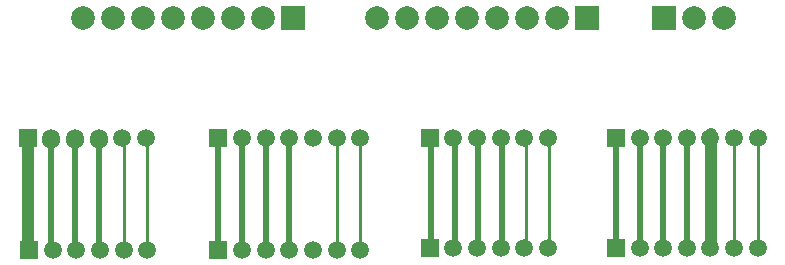
<source format=gtl>
G04 Layer: TopLayer*
G04 EasyEDA Pro v2.0.34.720dcead.1ebef4, 2023-10-23 10:25:04*
G04 Gerber Generator version 0.3*
G04 Scale: 100 percent, Rotated: No, Reflected: No*
G04 Dimensions in millimeters*
G04 Leading zeros omitted, absolute positions, 3 integers and 3 decimals*
%FSLAX33Y33*%
%MOMM*%
%ADD10C,1.524*%
%ADD11R,1.5X1.5*%
%ADD12C,1.5*%
%ADD13R,2.0X2.0*%
%ADD14C,2.0*%
%ADD15R,2.0X2.0*%
%ADD16C,0.5*%
%ADD17C,0.254*%
%ADD18C,1.0*%
G75*


G04 Pad Start*
G54D10*
G01X11116Y13214D03*
G01X9116Y13214D03*
G01X7116Y13214D03*
G01X5116Y13214D03*
G54D11*
G01X39153Y13341D03*
G54D12*
G01X41153Y13341D03*
G01X43153Y13341D03*
G01X45153Y13341D03*
G01X47153Y13341D03*
G01X49153Y13341D03*
G54D11*
G01X39152Y4007D03*
G54D12*
G01X41152Y4007D03*
G01X43152Y4007D03*
G01X45152Y4007D03*
G01X47152Y4007D03*
G01X49152Y4007D03*
G54D11*
G01X5117Y13341D03*
G54D12*
G01X7117Y13341D03*
G01X9117Y13341D03*
G01X11117Y13341D03*
G01X13117Y13341D03*
G01X15117Y13341D03*
G54D11*
G01X5244Y3880D03*
G54D12*
G01X7244Y3880D03*
G01X9244Y3880D03*
G01X11244Y3880D03*
G01X13244Y3880D03*
G01X15244Y3880D03*
G54D13*
G01X59011Y23501D03*
G54D14*
G01X61551Y23501D03*
G01X64091Y23501D03*
G01X34707Y23501D03*
G01X37247Y23501D03*
G01X39787Y23501D03*
G01X42327Y23501D03*
G01X44867Y23501D03*
G01X47407Y23501D03*
G01X49947Y23501D03*
G54D15*
G01X52487Y23501D03*
G54D14*
G01X9815Y23501D03*
G01X12355Y23501D03*
G01X14895Y23501D03*
G01X17435Y23501D03*
G01X19975Y23501D03*
G01X22515Y23501D03*
G01X25055Y23501D03*
G54D15*
G01X27595Y23501D03*
G54D11*
G01X54916Y13341D03*
G54D12*
G01X56916Y13341D03*
G01X58916Y13341D03*
G01X60916Y13341D03*
G01X62916Y13341D03*
G01X64916Y13341D03*
G01X66916Y13341D03*
G54D11*
G01X54916Y4007D03*
G54D12*
G01X56916Y4007D03*
G01X58916Y4007D03*
G01X60916Y4007D03*
G01X62916Y4007D03*
G01X64916Y4007D03*
G01X66916Y4007D03*
G54D11*
G01X21261Y13341D03*
G54D12*
G01X23261Y13341D03*
G01X25261Y13341D03*
G01X27261Y13341D03*
G01X29261Y13341D03*
G01X31261Y13341D03*
G01X33261Y13341D03*
G54D11*
G01X21261Y3880D03*
G54D12*
G01X23261Y3880D03*
G01X25261Y3880D03*
G01X27261Y3880D03*
G01X29261Y3880D03*
G01X31261Y3880D03*
G01X33261Y3880D03*
G04 Pad End*

G04 Track Start*
G54D16*
G01X43279Y4134D02*
G01X43152Y4007D01*
G54D17*
G01X47152Y4007D02*
G01X47279Y4134D01*
G54D16*
G01X45279Y4134D02*
G01X45152Y4007D01*
G01X41279Y4134D02*
G01X41152Y4007D01*
G01X39279Y4134D02*
G01X39152Y4007D01*
G54D17*
G01X15116Y13214D02*
G01X15243Y13087D01*
G01X13116Y13214D02*
G01X13243Y13087D01*
G54D18*
G01X5243Y3880D02*
G01X5116Y4007D01*
G01X62948Y4039D02*
G01X62948Y13722D01*
G54D16*
G01X54916Y13214D02*
G01X54916Y3670D01*
G01X56916Y13214D02*
G01X56916Y3670D01*
G01X58916Y13214D02*
G01X58916Y3670D01*
G54D17*
G01X66916Y13214D02*
G01X66916Y3670D01*
G54D16*
G01X21261Y3543D02*
G01X21261Y13341D01*
G01X23261Y3543D02*
G01X23261Y13341D01*
G01X25261Y3543D02*
G01X25261Y13341D01*
G01X27261Y3543D02*
G01X27261Y13341D01*
G54D17*
G01X31261Y13341D02*
G01X31261Y3543D01*
G01X33261Y13341D02*
G01X33261Y3543D01*
G54D16*
G01X9116Y4007D02*
G01X9116Y13214D01*
G01X11116Y4007D02*
G01X11116Y13214D01*
G01X39279Y13214D02*
G01X39279Y4134D01*
G01X7116Y4007D02*
G01X7116Y13214D01*
G01X41279Y13214D02*
G01X41279Y4134D01*
G01X43279Y13214D02*
G01X43279Y4134D01*
G54D17*
G01X49279Y4134D02*
G01X49279Y13214D01*
G54D16*
G01X45279Y13214D02*
G01X45279Y4134D01*
G54D17*
G01X47279Y4134D02*
G01X47279Y13214D01*
G54D18*
G01X5116Y4007D02*
G01X5116Y13214D01*
G54D16*
G01X9116Y4007D02*
G01X9243Y3880D01*
G01X11116Y4007D02*
G01X11243Y3880D01*
G01X7116Y4007D02*
G01X7243Y3880D01*
G54D17*
G01X49279Y4134D02*
G01X49152Y4007D01*
G01X64916Y4007D02*
G01X64916Y13214D01*
G54D18*
G01X62948Y4039D02*
G01X62916Y4007D01*
G54D16*
G01X60916Y4007D02*
G01X60916Y13214D01*
G54D17*
G01X15244Y3880D02*
G01X15243Y13087D01*
G01X13244Y3880D02*
G01X13243Y13087D01*
G04 Track End*

M02*

</source>
